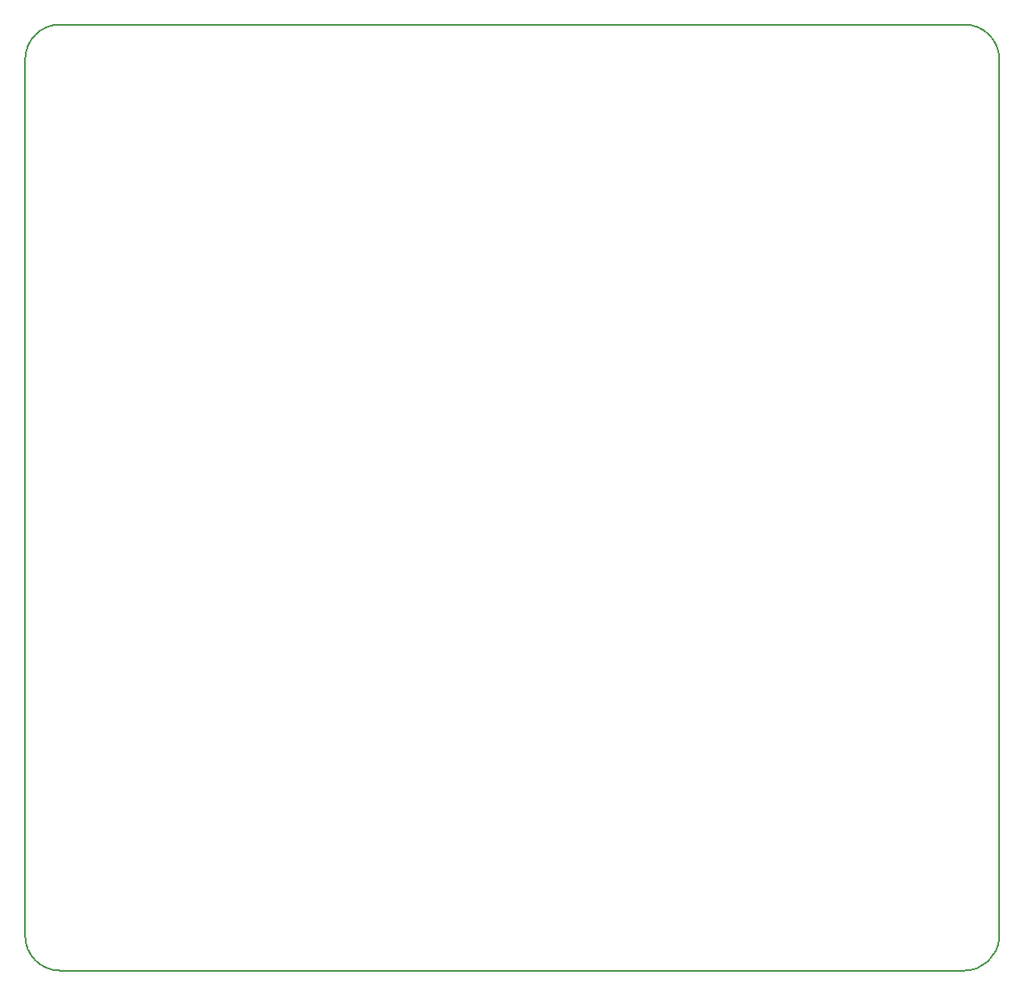
<source format=gbr>
%TF.GenerationSoftware,KiCad,Pcbnew,(6.0.0)*%
%TF.CreationDate,2022-01-14T09:31:31+02:00*%
%TF.ProjectId,uSDX_SMD,75534458-5f53-44d4-942e-6b696361645f,rev?*%
%TF.SameCoordinates,Original*%
%TF.FileFunction,Profile,NP*%
%FSLAX46Y46*%
G04 Gerber Fmt 4.6, Leading zero omitted, Abs format (unit mm)*
G04 Created by KiCad (PCBNEW (6.0.0)) date 2022-01-14 09:31:31*
%MOMM*%
%LPD*%
G01*
G04 APERTURE LIST*
%TA.AperFunction,Profile*%
%ADD10C,0.152400*%
%TD*%
G04 APERTURE END LIST*
D10*
X110998000Y-15240000D02*
X18796000Y-15240000D01*
X15240000Y-18796000D02*
X15240000Y-108204000D01*
X114554000Y-18796000D02*
G75*
G03*
X110998000Y-15240000I-3555999J1D01*
G01*
X15240000Y-108204000D02*
G75*
G03*
X18796000Y-111760000I3555999J-1D01*
G01*
X114554000Y-108458000D02*
X114554000Y-18796000D01*
X110998000Y-111760000D02*
G75*
G03*
X114554000Y-108458000I0J3565769D01*
G01*
X18796000Y-15240000D02*
G75*
G03*
X15240000Y-18796000I-1J-3555999D01*
G01*
X18796000Y-111760000D02*
X110998000Y-111760000D01*
M02*

</source>
